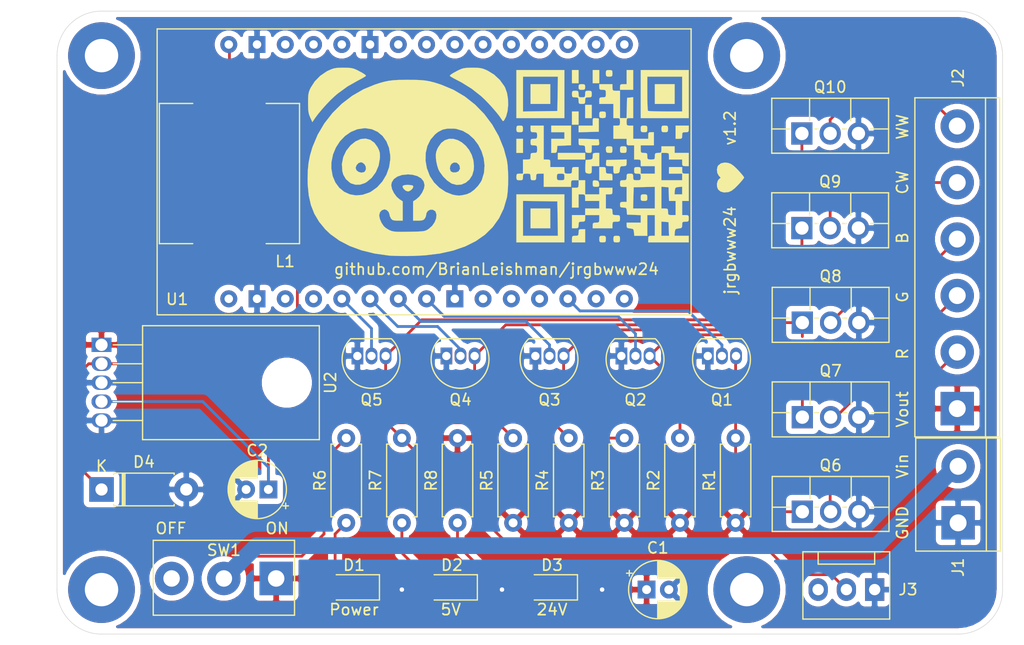
<source format=kicad_pcb>
(kicad_pcb (version 20221018) (generator pcbnew)
  (layers (0 "F.Cu" signal) (31 "B.Cu" signal) (34 "B.Paste" user) (35 "F.Paste" user) (36 "B.SilkS" user "B.Silkscreen") (37 "F.SilkS" user "F.Silkscreen") (38 "B.Mask" user) (39 "F.Mask" user) (44 "Edge.Cuts" user))
  (net 0 "")
  (net 1 "+24V")
  (net 2 "Earth")
  (net 3 "+5V")
  (net 4 "Net-(D1-Pad2)")
  (net 5 "Net-(D2-Pad2)")
  (net 6 "Net-(D3-Pad2)")
  (net 7 "/WW_GND")
  (net 8 "/CW_GND")
  (net 9 "/B_GND")
  (net 10 "/G_GND")
  (net 11 "/R_GND")
  (net 12 "Net-(Q1-Pad3)")
  (net 13 "/R_SIGNAL")
  (net 14 "Net-(Q2-Pad3)")
  (net 15 "/G_SIGNAL")
  (net 16 "Net-(Q3-Pad3)")
  (net 17 "/B_SIGNAL")
  (net 18 "/CW_SIGNAL")
  (net 19 "Net-(Q10-Pad1)")
  (net 20 "/WW_SIGNAL")
  (net 21 "Net-(SW1-Pad3)")
  (net 22 "Net-(U1-Pad30)")
  (net 23 "Net-(U1-Pad27)")
  (net 24 "Net-(U1-Pad21)")
  (net 25 "Net-(U1-Pad17)")
  (net 26 "Net-(U1-Pad16)")
  (net 27 "Net-(U1-Pad13)")
  (net 28 "Net-(U1-Pad12)")
  (net 29 "Net-(U1-Pad11)")
  (net 30 "Net-(U1-Pad9)")
  (net 31 "Net-(U1-Pad8)")
  (net 32 "Net-(U1-Pad7)")
  (net 33 "Net-(U1-Pad6)")
  (net 34 "Net-(U1-Pad5)")
  (net 35 "Net-(U1-Pad4)")
  (net 36 "Net-(U1-Pad3)")
  (net 37 "Net-(U1-Pad2)")
  (net 38 "Net-(U1-Pad1)")
  (net 39 "VDD")
  (net 40 "Net-(U1-Pad20)")
  (net 41 "Net-(U1-Pad19)")
  (net 42 "Net-(D4-Pad1)")
  (net 43 "Net-(Q4-Pad3)")
  (net 44 "Net-(J3-Pad3)")
  (footprint "LED_SMD:LED_1206_3216Metric" (layer "F.Cu") (at 125.5 111.8 180)
    (fp_text reference "D2" (at 0 2) (layer "F.SilkS"))
    (fp_text value "GREEN - 5V")
    (pad "1" smd roundrect (at -1.4 0 180) (size 1.25 1.75) (layers "F.Cu" "F.Paste" "F.Mask") (roundrect_rratio 0.2) (net 2 "Earth"))
    (pad "2" smd roundrect (at 1.4 0 180) (size 1.25 1.75) (layers "F.Cu" "F.Paste" "F.Mask") (roundrect_rratio 0.2) (net 5 "Net-(D2-Pad2)"))
  )
  (footprint "LED_SMD:LED_1206_3216Metric" (layer "F.Cu") (at 134.5 111.8 180)
    (fp_text reference "D3" (at 0 2) (layer "F.SilkS"))
    (fp_text value "BLUE - 24V")
    (pad "1" smd roundrect (at -1.4 0 180) (size 1.25 1.75) (layers "F.Cu" "F.Paste" "F.Mask") (roundrect_rratio 0.2) (net 2 "Earth"))
    (pad "2" smd roundrect (at 1.4 0 180) (size 1.25 1.75) (layers "F.Cu" "F.Paste" "F.Mask") (roundrect_rratio 0.2) (net 6 "Net-(D3-Pad2)"))
  )
  (footprint "TerminalBlock:TerminalBlock_bornier-6_P5.08mm" (layer "F.Cu") (at 170.9253 95.7306 90)
    (fp_text reference "J2" (at 29.7306 0.0747 90) (layer "F.SilkS"))
    (fp_text value "Screw_Terminal_01x06")
    (pad "1" thru_hole rect (at 0 0 90) (size 3 3) (drill 1.52) (layers "*.Cu" "*.Mask") (net 1 "+24V"))
    (pad "2" thru_hole circle (at 5.08 0 90) (size 3 3) (drill 1.52) (layers "*.Cu" "*.Mask") (net 11 "/R_GND"))
    (pad "3" thru_hole circle (at 10.16 0 90) (size 3 3) (drill 1.52) (layers "*.Cu" "*.Mask") (net 10 "/G_GND"))
    (pad "4" thru_hole circle (at 15.24 0 90) (size 3 3) (drill 1.52) (layers "*.Cu" "*.Mask") (net 9 "/B_GND"))
    (pad "5" thru_hole circle (at 20.32 0 90) (size 3 3) (drill 1.52) (layers "*.Cu" "*.Mask") (net 8 "/CW_GND"))
    (pad "6" thru_hole circle (at 25.4 0 90) (size 3 3) (drill 1.52) (layers "*.Cu" "*.Mask") (net 7 "/WW_GND"))
  )
  (footprint "jrgbwww24:TO-92_Inline" (layer "F.Cu") (at 148.5 92)
    (fp_text reference "Q1" (at 1.27 2.94 180) (layer "F.SilkS"))
    (fp_text value "2N3904")
    (pad "1" thru_hole rect (at 0 -1) (size 1.05 1.5) (drill 0.75) (layers "*.Cu" "*.Mask") (net 2 "Earth"))
    (pad "2" thru_hole oval (at 1.27 -1) (size 1.05 1.5) (drill 0.75) (layers "*.Cu" "*.Mask") (net 13 "/R_SIGNAL"))
    (pad "3" thru_hole oval (at 2.54 -1) (size 1.05 1.5) (drill 0.75) (layers "*.Cu" "*.Mask") (net 12 "Net-(Q1-Pad3)"))
  )
  (footprint "Package_TO_SOT_THT:TO-220F-3_Vertical" (layer "F.Cu") (at 156.96 79.5)
    (fp_text reference "Q9" (at 2.54 -4.1675) (layer "F.SilkS"))
    (fp_text value "IPA040N06N")
    (pad "1" thru_hole rect (at 0 0) (size 1.905 2) (drill 1.2) (layers "*.Cu" "*.Mask") (net 43 "Net-(Q4-Pad3)"))
    (pad "2" thru_hole oval (at 2.54 0) (size 1.905 2) (drill 1.2) (layers "*.Cu" "*.Mask") (net 8 "/CW_GND"))
    (pad "3" thru_hole oval (at 5.08 0) (size 1.905 2) (drill 1.2) (layers "*.Cu" "*.Mask") (net 2 "Earth"))
  )
  (footprint "Package_TO_SOT_THT:TO-220F-3_Vertical" (layer "F.Cu") (at 156.96 71)
    (fp_text reference "Q10" (at 2.54 -4.1675) (layer "F.SilkS"))
    (fp_text value "IPA040N06N")
    (pad "1" thru_hole rect (at 0 0) (size 1.905 2) (drill 1.2) (layers "*.Cu" "*.Mask") (net 19 "Net-(Q10-Pad1)"))
    (pad "2" thru_hole oval (at 2.54 0) (size 1.905 2) (drill 1.2) (layers "*.Cu" "*.Mask") (net 7 "/WW_GND"))
    (pad "3" thru_hole oval (at 5.08 0) (size 1.905 2) (drill 1.2) (layers "*.Cu" "*.Mask") (net 2 "Earth"))
  )
  (footprint "Resistor_THT:R_Axial_DIN0207_L6.3mm_D2.5mm_P7.62mm_Horizontal" (layer "F.Cu") (at 131 106 90)
    (fp_text reference "R5" (at 3.81 -2.37 90) (layer "F.SilkS"))
    (fp_text value "10K")
    (pad "1" thru_hole circle (at 0 0 90) (size 1.6 1.6) (drill 0.8) (layers "*.Cu" "*.Mask") (net 1 "+24V"))
    (pad "2" thru_hole oval (at 7.62 0 90) (size 1.6 1.6) (drill 0.8) (layers "*.Cu" "*.Mask") (net 19 "Net-(Q10-Pad1)"))
  )
  (footprint "Resistor_THT:R_Axial_DIN0207_L6.3mm_D2.5mm_P7.62mm_Horizontal" (layer "F.Cu") (at 126 106 90)
    (fp_text reference "R8" (at 3.81 -2.37 90) (layer "F.SilkS"))
    (fp_text value "1.05K")
    (pad "1" thru_hole circle (at 0 0 90) (size 1.6 1.6) (drill 0.8) (layers "*.Cu" "*.Mask") (net 6 "Net-(D3-Pad2)"))
    (pad "2" thru_hole oval (at 7.62 0 90) (size 1.6 1.6) (drill 0.8) (layers "*.Cu" "*.Mask") (net 1 "+24V"))
  )
  (footprint "MountingHole:MountingHole_3mm_Pad" (layer "F.Cu") (at 94 64)
    (fp_text reference "REF**" hide)
    (fp_text value "MountingHole_3mm_Pad")
    (pad "1" thru_hole circle (at 0 0) (size 6 6) (drill 3) (layers "*.Cu" "*.Mask"))
  )
  (footprint "jrgbwww24:panda" (layer "F.Cu") (at 121.5 73.5)
    (fp_text reference "G***" hide)
    (fp_text value "LOGO" hide)
  )
  (footprint "MountingHole:MountingHole_3mm_Pad" (layer "F.Cu") (at 94 112)
    (fp_text reference "REF**" hide)
    (fp_text value "MountingHole_3mm_Pad")
    (pad "1" thru_hole circle (at 0 0) (size 6 6) (drill 3) (layers "*.Cu" "*.Mask"))
  )
  (footprint "MountingHole:MountingHole_3mm_Pad" (layer "F.Cu") (at 152 112)
    (fp_text reference "REF**" hide)
    (fp_text value "MountingHole_3mm_Pad")
    (pad "1" thru_hole circle (at 0 0) (size 6 6) (drill 3) (layers "*.Cu" "*.Mask"))
  )
  (footprint "MountingHole:MountingHole_3mm_Pad" (layer "F.Cu") (at 152 64)
    (fp_text reference "REF**" hide)
    (fp_text value "MountingHole_3mm_Pad")
    (pad "1" thru_hole circle (at 0 0) (size 6 6) (drill 3) (layers "*.Cu" "*.Mask"))
  )
  (footprint "LED_SMD:LED_1206_3216Metric" (layer "F.Cu") (at 116.7 111.8 180)
    (fp_text reference "D1" (at 0 2) (layer "F.SilkS"))
    (fp_text value "RED - ALWAYS ON")
    (pad "1" smd roundrect (at -1.4 0 180) (size 1.25 1.75) (layers "F.Cu" "F.Paste" "F.Mask") (roundrect_rratio 0.2) (net 2 "Earth"))
    (pad "2" smd roundrect (at 1.4 0 180) (size 1.25 1.75) (layers "F.Cu" "F.Paste" "F.Mask") (roundrect_rratio 0.2) (net 4 "Net-(D1-Pad2)"))
  )
  (footprint "Resistor_THT:R_Axial_DIN0207_L6.3mm_D2.5mm_P7.62mm_Horizontal" (layer "F.Cu") (at 151 106 90)
    (fp_text reference "R1" (at 3.81 -2.37 90) (layer "F.SilkS"))
    (fp_text value "10K")
    (pad "1" thru_hole circle (at 0 0 90) (size 1.6 1.6) (drill 0.8) (layers "*.Cu" "*.Mask") (net 1 "+24V"))
    (pad "2" thru_hole oval (at 7.62 0 90) (size 1.6 1.6) (drill 0.8) (layers "*.Cu" "*.Mask") (net 12 "Net-(Q1-Pad3)"))
  )
  (footprint "Resistor_THT:R_Axial_DIN0207_L6.3mm_D2.5mm_P7.62mm_Horizontal" (layer "F.Cu") (at 141 106 90)
    (fp_text reference "R3" (at 3.81 -2.37 90) (layer "F.SilkS"))
    (fp_text value "10K")
    (pad "1" thru_hole circle (at 0 0 90) (size 1.6 1.6) (drill 0.8) (layers "*.Cu" "*.Mask") (net 1 "+24V"))
    (pad "2" thru_hole oval (at 7.62 0 90) (size 1.6 1.6) (drill 0.8) (layers "*.Cu" "*.Mask") (net 16 "Net-(Q3-Pad3)"))
  )
  (footprint "Resistor_THT:R_Axial_DIN0207_L6.3mm_D2.5mm_P7.62mm_Horizontal" (layer "F.Cu") (at 146 106 90)
    (fp_text reference "R2" (at 3.81 -2.37 90) (layer "F.SilkS"))
    (fp_text value "10K")
    (pad "1" thru_hole circle (at 0 0 90) (size 1.6 1.6) (drill 0.8) (layers "*.Cu" "*.Mask") (net 1 "+24V"))
    (pad "2" thru_hole oval (at 7.62 0 90) (size 1.6 1.6) (drill 0.8) (layers "*.Cu" "*.Mask") (net 14 "Net-(Q2-Pad3)"))
  )
  (footprint "Package_TO_SOT_THT:TO-220F-3_Vertical" (layer "F.Cu") (at 157 105)
    (fp_text reference "Q6" (at 2.54 -4.1675) (layer "F.SilkS"))
    (fp_text value "IPA040N06N")
    (pad "1" thru_hole rect (at 0 0) (size 1.905 2) (drill 1.2) (layers "*.Cu" "*.Mask") (net 12 "Net-(Q1-Pad3)"))
    (pad "2" thru_hole oval (at 2.54 0) (size 1.905 2) (drill 1.2) (layers "*.Cu" "*.Mask") (net 11 "/R_GND"))
    (pad "3" thru_hole oval (at 5.08 0) (size 1.905 2) (drill 1.2) (layers "*.Cu" "*.Mask") (net 2 "Earth"))
  )
  (footprint "Resistor_THT:R_Axial_DIN0207_L6.3mm_D2.5mm_P7.62mm_Horizontal" (layer "F.Cu") (at 136 106 90)
    (fp_text reference "R4" (at 3.81 -2.37 90) (layer "F.SilkS"))
    (fp_text value "10K")
    (pad "1" thru_hole circle (at 0 0 90) (size 1.6 1.6) (drill 0.8) (layers "*.Cu" "*.Mask") (net 1 "+24V"))
    (pad "2" thru_hole oval (at 7.62 0 90) (size 1.6 1.6) (drill 0.8) (layers "*.Cu" "*.Mask") (net 43 "Net-(Q4-Pad3)"))
  )
  (footprint "jrgbwww24:TO-92_Inline" (layer "F.Cu") (at 140.73 92)
    (fp_text reference "Q2" (at 1.27 2.94 180) (layer "F.SilkS"))
    (fp_text value "2N3904")
    (pad "1" thru_hole rect (at 0 -1) (size 1.05 1.5) (drill 0.75) (layers "*.Cu" "*.Mask") (net 2 "Earth"))
    (pad "2" thru_hole oval (at 1.27 -1) (size 1.05 1.5) (drill 0.75) (layers "*.Cu" "*.Mask") (net 15 "/G_SIGNAL"))
    (pad "3" thru_hole oval (at 2.54 -1) (size 1.05 1.5) (drill 0.75) (layers "*.Cu" "*.Mask") (net 14 "Net-(Q2-Pad3)"))
  )
  (footprint "Package_TO_SOT_THT:TO-220F-3_Vertical" (layer "F.Cu") (at 157 96.5)
    (fp_text reference "Q7" (at 2.54 -4.1675) (layer "F.SilkS"))
    (fp_text value "IPA040N06N")
    (pad "1" thru_hole rect (at 0 0) (size 1.905 2) (drill 1.2) (layers "*.Cu" "*.Mask") (net 14 "Net-(Q2-Pad3)"))
    (pad "2" thru_hole oval (at 2.54 0) (size 1.905 2) (drill 1.2) (layers "*.Cu" "*.Mask") (net 10 "/G_GND"))
    (pad "3" thru_hole oval (at 5.08 0) (size 1.905 2) (drill 1.2) (layers "*.Cu" "*.Mask") (net 2 "Earth"))
  )
  (footprint "jrgbwww24:TO-92_Inline" (layer "F.Cu") (at 133 92)
    (fp_text reference "Q3" (at 1.27 2.94 180) (layer "F.SilkS"))
    (fp_text value "2N3904")
    (pad "1" thru_hole rect (at 0 -1) (size 1.05 1.5) (drill 0.75) (layers "*.Cu" "*.Mask") (net 2 "Earth"))
    (pad "2" thru_hole oval (at 1.27 -1) (size 1.05 1.5) (drill 0.75) (layers "*.Cu" "*.Mask") (net 17 "/B_SIGNAL"))
    (pad "3" thru_hole oval (at 2.54 -1) (size 1.05 1.5) (drill 0.75) (layers "*.Cu" "*.Mask") (net 16 "Net-(Q3-Pad3)"))
  )
  (footprint "Package_TO_SOT_THT:TO-220F-3_Vertical" (layer "F.Cu") (at 157 88)
    (fp_text reference "Q8" (at 2.54 -4.1675) (layer "F.SilkS"))
    (fp_text value "IPA040N06N")
    (pad "1" thru_hole rect (at 0 0) (size 1.905 2) (drill 1.2) (layers "*.Cu" "*.Mask") (net 16 "Net-(Q3-Pad3)"))
    (pad "2" thru_hole oval (at 2.54 0) (size 1.905 2) (drill 1.2) (layers "*.Cu" "*.Mask") (net 9 "/B_GND"))
    (pad "3" thru_hole oval (at 5.08 0) (size 1.905 2) (drill 1.2) (layers "*.Cu" "*.Mask") (net 2 "Earth"))
  )
  (footprint "jrgbwww24:qr" (layer "F.Cu") (at 139 73)
    (fp_text reference "G***" hide)
    (fp_text value "LOGO" hide)
  )
  (footprint "Resistor_THT:R_Axial_DIN0207_L6.3mm_D2.5mm_P7.62mm_Horizontal" (layer "F.Cu") (at 121 106 90)
    (fp_text reference "R7" (at 3.81 -2.37 90) (layer "F.SilkS"))
    (fp_text value "100")
    (pad "1" thru_hole circle (at 0 0 90) (size 1.6 1.6) (drill 0.8) (layers "*.Cu" "*.Mask") (net 5 "Net-(D2-Pad2)"))
    (pad "2" thru_hole oval (at 7.62 0 90) (size 1.6 1.6) (drill 0.8) (layers "*.Cu" "*.Mask") (net 3 "+5V"))
  )
  (footprint "Diode_THT:D_DO-41_SOD81_P7.62mm_Horizontal" (layer "F.Cu") (at 94 103)
    (fp_text reference "D4" (at 3.81 -2.47) (layer "F.SilkS"))
    (fp_text value "SB160-E3/73")
    (fp_text user "K" (at 0 -2.1) (layer "F.SilkS"))
    (pad "1" thru_hole rect (at 0 0) (size 2.2 2.2) (drill 1.1) (layers "*.Cu" "*.Mask") (net 42 "Net-(D4-Pad1)"))
    (pad "2" thru_hole oval (at 7.62 0) (size 2.2 2.2) (drill 1.1) (layers "*.Cu" "*.Mask") (net 2 "Earth"))
  )
  (footprint "Inductor_SMD:L_Wuerth_WE-PD-Typ-LS_Handsoldering" (layer "F.Cu") (at 105.5 74.6 90)
    (fp_text reference "L1" (at -7.9 5 180) (layer "F.SilkS"))
    (fp_text value "330u")
    (pad "1" smd rect (at -5.9 0 90) (size 4.9 5.4) (layers "F.Cu" "F.Paste" "F.Mask") (net 42 "Net-(D4-Pad1)"))
    (pad "2" smd rect (at 5.9 0 90) (size 4.9 5.4) (layers "F.Cu" "F.Paste" "F.Mask") (net 3 "+5V"))
  )
  (footprint "jrgbwww24:1P2T SPDT" (layer "F.Cu") (at 105 111 180)
    (fp_text reference "SW1" (at 0 2.54) (layer "F.SilkS"))
    (fp_text value "SW_SPDT")
    (fp_text user "ON" (at -4.7879 4.5) (layer "F.SilkS"))
    (fp_text user "OFF" (at 4.7625 4.5) (layer "F.SilkS"))
    (pad "1" thru_hole rect (at -4.7 0 180) (size 3 3) (drill 1.48) (layers "*.Cu" "*.Mask") (net 1 "+24V"))
    (pad "2" thru_hole circle (at 0 0 180) (size 3 3) (drill 1.48) (layers "*.Cu" "*.Mask") (net 39 "VDD"))
    (pad "3" thru_hole circle (at 4.7 0 180) (size 3 3) (drill 1.48) (layers "*.Cu" "*.Mask") (net 21 "Net-(SW1-Pad3)"))
  )
  (footprint "TerminalBlock:TerminalBlock_bornier-2_P5.08mm" (layer "F.Cu") (at 171 106 90)
    (fp_text reference "J1" (at -4 0 90) (layer "F.SilkS"))
    (fp_text value "Srew_terminal")
    (pad "1" thru_hole rect (at 0 0 90) (size 3 3) (drill 1.52) (layers "*.Cu" "*.Mask") (net 2 "Earth"))
    (pad "2" thru_hole circle (at 5.08 0 90) (size 3 3) (drill 1.52) (layers "*.Cu" "*.Mask") (net 39 "VDD"))
  )
  (footprint "Resistor_THT:R_Axial_DIN0207_L6.3mm_D2.5mm_P7.62mm_Horizontal" (layer "F.Cu") (at 116 106 90)
    (fp_text reference "R6" (at 3.81 -2.37 90) (layer "F.SilkS"))
    (fp_text value "1.1K")
    (pad "1" thru_hole circle (at 0 0 90) (size 1.6 1.6) (drill 0.8) (layers "*.Cu" "*.Mask") (net 4 "Net-(D1-Pad2)"))
    (pad "2" thru_hole oval (at 7.62 0 90) (size 1.6 1.6) (drill 0.8) (layers "*.Cu" "*.Mask") (net 39 "VDD"))
  )
  (footprint "Package_TO_SOT_THT:TO-220-5_Horizontal_TabDown" (layer "F.Cu") (at 94 90 -90)
    (fp_text reference "U2" (at 3.4 -20.58 90) (layer "F.SilkS"))
    (fp_text value "TL2575")
    (pad "" np_thru_hole oval (at 3.4 -16.66 270) (size 3.5 3.5) (drill 3.5) (layers "*.Cu" "*.Mask"))
    (pad "1" thru_hole rect (at 0 0 270) (size 1.275 1.8) (drill 1.1) (layers "*.Cu" "*.Mask") (net 1 "+24V"))
    (pad "2" thru_hole oval (at 1.7 0 270) (size 1.275 1.8) (drill 1.1) (layers "*.Cu" "*.Mask") (net 42 "Net-(D4-Pad1)"))
    (pad "3" thru_hole oval (at 3.4 0 270) (size 1.275 1.8) (drill 1.1) (layers "*.Cu" "*.Mask") (net 2 "Earth"))
    (pad "4" thru_hole oval (at 5.1 0 270) (size 1.275 1.8) (drill 1.1) (layers "*.Cu" "*.Mask") (net 3 "+5V"))
    (pad "5" thru_hole oval (at 6.8 0 270) (size 1.275 1.8) (drill 1.1) (layers "*.Cu" "*.Mask") (net 2 "Earth"))
  )
  (footprint "jrgbwww24:KeeYees ESP8266 ESP-12E" (layer "F.Cu") (at 141 63 -90)
    (fp_text reference "U1" (at 22.9 40.2 180) (layer "F.SilkS"))
    (fp_text value "esp8266")
    (pad "1" thru_hole circle (at 0 0 270) (size 1.524 1.524) (drill 0.762) (layers "*.Cu" "*.Mask") (net 38 "Net-(U1-Pad1)"))
    (pad "2" thru_hole circle (at 0 2.54 270) (size 1.524 1.524) (drill 0.762) (layers "*.Cu" "*.Mask") (net 37 "Net-(U1-Pad2)"))
    (pad "3" thru_hole circle (at 0 5.08 270) (size 1.524 1.524) (drill 0.762) (layers "*.Cu" "*.Mask") (net 36 "Net-(U1-Pad3)"))
    (pad "4" thru_hole circle (at 0 7.62 270) (size 1.524 1.524) (drill 0.762) (layers "*.Cu" "*.Mask") (net 35 "Net-(U1-Pad4)"))
    (pad "5" thru_hole circle (at 0 10.16 270) (size 1.524 1.524) (drill 0.762) (layers "*.Cu" "*.Mask") (net 34 "Net-(U1-Pad5)"))
    (pad "6" thru_hole circle (at 0 12.7 270) (size 1.524 1.524) (drill 0.762) (layers "*.Cu" "*.Mask") (net 33 "Net-(U1-Pad6)"))
    (pad "7" thru_hole circle (at 0 15.24 270) (size 1.524 1.524) (drill 0.762) (layers "*.Cu" "*.Mask") (net 32 "Net-(U1-Pad7)"))
    (pad "8" thru_hole circle (at 0 17.78 270) (size 1.524 1.524) (drill 0.762) (layers "*.Cu" "*.Mask") (net 31 "Net-(U1-Pad8)"))
    (pad "9" thru_hole circle (at 0 20.32 270) (size 1.524 1.524) (drill 0.762) (layers "*.Cu" "*.Mask") (net 30 "Net-(U1-Pad9)"))
    (pad "10" thru_hole rect (at 0 22.86 270) (size 1.524 1.524) (drill 0.762) (layers "*.Cu" "*.Mask") (net 2 "Earth"))
    (pad "11" thru_hole circle (at 0 25.4 270) (size 1.524 1.524) (drill 0.762) (layers "*.Cu" "*.Mask") (net 29 "Net-(U1-Pad11)"))
    (pad "12" thru_hole circle (at 0 27.94 270) (size 1.524 1.524) (drill 0.762) (layers "*.Cu" "*.Mask") (net 28 "Net-(U1-Pad12)"))
    (pad "13" thru_hole circle (at 0 30.48 270) (size 1.524 1.524) (drill 0.762) (layers "*.Cu" "*.Mask") (net 27 "Net-(U1-Pad13)"))
    (pad "14" thru_hole rect (at 0 33.02 270) (size 1.524 1.524) (drill 0.762) (layers "*.Cu" "*.Mask") (net 2 "Earth"))
    (pad "15" thru_hole circle (at 0 35.56 270) (size 1.524 1.524) (drill 0.762) (layers "*.Cu" "*.Mask") (net 3 "+5V"))
    (pad "16" thru_hole circle (at 22.86 0 270) (size 1.524 1.524) (drill 0.762) (layers "*.Cu" "*.Mask") (net 26 "Net-(U1-Pad16)"))
    (pad "17" thru_hole circle (at 22.86 2.54 270) (size 1.524 1.524) (drill 0.762) (layers "*.Cu" "*.Mask") (net 25 "Net-(U1-Pad17)"))
    (pad "18" thru_hole circle (at 22.86 5.08 270) (size 1.524 1.524) (drill 0.762) (layers "*.Cu" "*.Mask") (net 13 "/R_SIGNAL"))
    (pad "19" thru_hole circle (at 22.86 7.62 270) (size 1.524 1.524) (drill 0.762) (layers "*.Cu" "*.Mask") (net 41 "Net-(U1-Pad19)"))
    (pad "20" thru_hole circle (at 22.86 10.16 270) (size 1.524 1.524) (drill 0.762) (layers "*.Cu" "*.Mask") (net 40 "Net-(U1-Pad20)"))
    (pad "21" thru_hole circle (at 22.86 12.7 270) (size 1.524 1.524) (drill 0.762) (layers "*.Cu" "*.Mask") (net 24 "Net-(U1-Pad21)"))
    (pad "22" thru_hole rect (at 22.86 15.24 270) (size 1.524 1.524) (drill 0.762) (layers "*.Cu" "*.Mask") (net 2 "Earth"))
    (pad "23" thru_hole circle (at 22.86 17.78 270) (size 1.524 1.524) (drill 0.762) (layers "*.Cu" "*.Mask") (net 15 "/G_SIGNAL"))
    (pad "24" thru_hole circle (at 22.86 20.32 270) (size 1.524 1.524) (drill 0.762) (layers "*.Cu" "*.Mask") (net 17 "/B_SIGNAL"))
    (pad "25" thru_hole circle (at 22.86 22.86 270) (size 1.524 1.524) (drill 0.762) (layers "*.Cu" "*.Mask") (net 18 "/CW_SIGNAL"))
    (pad "26" thru_hole circle (at 22.86 25.4 270) (size 1.524 1.524) (drill 0.762) (layers "*.Cu" "*.Mask") (net 20 "/WW_SIGNAL"))
    (pad "27" thru_hole circle (at 22.86 27.94 270) (size 1.524 1.524) (drill 0.762) (layers "*.Cu" "*.Mask") (net 23 "Net-(U1-Pad27)"))
    (pad "28" thru_hole circle (at 22.86 30.48 270) (size 1.524 1.524) (drill 0.762) (layers "*.Cu" "*.Mask"))
    (pad "29" thru_hole rect (at 22.86 33.02 270) (size 1.524 1.524) (drill 0.762) (layers "*.Cu" "*.Mask") (net 2 "Earth"))
    (pad "30" thru_hole circle (at 22.86 35.56 270) (size 1.524 1.524) (drill 0.762) (layers "*.Cu" "*.Mask") (net 22 "Net-(U1-Pad30)"))
  )
  (footprint "jrgbwww24:heart" (layer "F.Cu") (at 150.5 75 90)
    (fp_text reference "G***" hide)
    (fp_text value "LOGO" hide)
  )
  (footprint "Capacitor_THT:CP_Radial_D5.0mm_P2.00mm" (layer "F.Cu") (at 143 112)
    (fp_text reference "C1" (at 1 -3.75) (layer "F.SilkS"))
    (fp_text value "100u")
    (pad "1" thru_hole rect (at 0 0) (size 1.6 1.6) (drill 0.8) (layers "*.Cu" "*.Mask") (net 1 "+24V"))
    (pad "2" thru_hole circle (at 2 0) (size 1.6 1.6) (drill 0.8) (layers "*.Cu" "*.Mask") (net 2 "Earth"))
  )
  (footprint "Connector:FanPinHeader_1x03_P2.54mm_Vertical" (layer "F.Cu") (at 163.5 112 180)
    (fp_text reference "J3" (at -3 0) (layer "F.SilkS"))
    (fp_text value "Fan")
    (pad "1" thru_hole rect (at 0 0 270) (size 2.03 1.73) (drill 1.02) (layers "*.Cu" "*.Mask") (net 2 "Earth"))
    (pad "2" thru_hole oval (at 2.54 0 270) (size 2.03 1.73) (drill 1.02) (layers "*.Cu" "*.Mask") (net 3 "+5V"))
    (pad "3" thru_hole oval (at 5.08 0 270) (size 2.03 1.73) (drill 1.02) (layers "*.Cu" "*.Mask") (net 44 "Net-(J3-Pad3)"))
  )
  (footprint "jrgbwww24:TO-92_Inline" (layer "F.Cu") (at 125 92)
    (fp_text reference "Q4" (at 1.27 2.94 180) (layer "F.SilkS"))
    (fp_text value "2N3904")
    (pad "1" thru_hole rect (at 0 -1) (size 1.05 1.5) (drill 0.75) (layers "*.Cu" "*.Mask") (net 2 "Earth"))
    (pad "2" thru_hole oval (at 1.27 -1) (size 1.05 1.5) (drill 0.75) (layers "*.Cu" "*.Mask") (net 18 "/CW_SIGNAL"))
    (pad "3" thru_hole oval (at 2.54 -1) (size 1.05 1.5) (drill 0.75) (layers "*.Cu" "*.Mask") (net 43 "Net-(Q4-Pad3)"))
  )
  (footprint "jrgbwww24:TO-92_Inline" (layer "F.Cu") (at 117 92)
    (fp_text reference "Q5" (at 1.27 2.94 180) (layer "F.SilkS"))
    (fp_text value "2N3904")
    (pad "1" thru_hole rect (at 0 -1) (size 1.05 1.5) (drill 0.75) (layers "*.Cu" "*.Mask") (net 2 "Earth"))
    (pad "2" thru_hole oval (at 1.27 -1) (size 1.05 1.5) (drill 0.75) (layers "*.Cu" "*.Mask") (net 20 "/WW_SIGNAL"))
    (pad "3" thru_hole oval (at 2.54 -1) (size 1.05 1.5) (drill 0.75) (layers "*.Cu" "*.Mask") (net 19 "Net-(Q10-Pad1)"))
  )
  (footprint "Capacitor_THT:CP_Radial_D5.0mm_P2.00mm" (layer "F.Cu") (at 109 103 180)
    (fp_text reference "C2" (at 1 3.5) (layer "F.SilkS"))
    (fp_text value "330u")
    (pad "1" thru_hole rect (at 0 0 180) (size 1.6 1.6) (drill 0.8) (layers "*.Cu" "*.Mask") (net 3 "+5V"))
    (pad "2" thru_hole circle (at 2 0 180) (size 1.6 1.6) (drill 0.8) (layers "*.Cu" "*.Mask") (net 2 "Earth"))
  )
  (gr_line (start 175 64) (end 175 112) (stroke (width 0.05)) (layer "Edge.Cuts"))
  (gr_line (start 171 60) (end 94 60) (stroke (width 0.05)) (layer "Edge.Cuts"))
  (gr_line (start 90 64) (end 90 112) (stroke (width 0.05)) (layer "Edge.Cuts"))
  (gr_line (start 94 116) (end 171 116) (stroke (width 0.05)) (layer "Edge.Cuts"))
  (gr_arc (start 94 116) (mid 91.171573 114.828427) (end 90 112) (stroke (width 0.05)) (layer "Edge.Cuts"))
  (gr_arc (start 90 64) (mid 91.171573 61.171573) (end 94 60) (stroke (width 0.05)) (layer "Edge.Cuts"))
  (gr_arc (start 175 112) (mid 173.828427 114.828427) (end 171 116) (stroke (width 0.05)) (layer "Edge.Cuts"))
  (gr_arc (start 171 60) (mid 173.828427 61.171573) (end 175 64) (stroke (width 0.05)) (layer "Edge.Cuts"))
  (gr_text "Power" (at 116.7 113.8) (layer "F.SilkS") (effects (font (size 1 1))))
  (gr_text "Vout" (at 166 95.8 90) (layer "F.SilkS") (effects (font (size 1 1))))
  (gr_text "24V" (at 134.5 113.8) (layer "F.SilkS") (effects (font (size 1 1))))
  (gr_text "R" (at 166 90.8 90) (layer "F.SilkS") (effects (font (size 1 1))))
  (gr_text "jrgbwww24" (at 150.5 81.5 90) (layer "F.SilkS") (effects (font (size 1 1))))
  (gr_text "v1.2" (at 150.5 70.5 90) (layer "F.SilkS") (effects (font (size 1 1))))
  (gr_text "CW" (at 166 75.4 90) (layer "F.SilkS") (effects (font (size 1 1))))
  (gr_text "GND" (at 166 106 90) (layer "F.SilkS") (effects (font (size 1 1))))
  (gr_text "WW" (at 166 70.4 90) (layer "F.SilkS") (effects (font (size 1 1))))
  (gr_text "github.com/BrianLeishman/jrgbwww24" (at 129.5 83.2) (layer "F.SilkS") (effects (font (size 1 1))))
  (gr_text "B" (at 166 80.4 90) (layer "F.SilkS") (effects (font (size 1 1))))
  (gr_text "G" (at 166 85.7 90) (layer "F.SilkS") (effects (font (size 1 1))))
  (gr_text "5V" (at 125.4 113.8) (layer "F.SilkS") (effects (font (size 1 1))))
  (gr_text "Vin" (at 166 100.9 90) (layer "F.SilkS") (effects (font (size 1 1))))
  (segment (start 136.1 112) (end 135.9 111.8) (width 0.25) (layer "F.Cu") (net 2))
  (segment (start 130 112) (end 127.1 112) (width 0.25) (layer "F.Cu") (net 2))
  (segment (start 118.3 112) (end 118.1 111.8) (width 0.25) (layer "F.Cu") (net 2))
  (segment (start 127.1 112) (end 126.9 111.8) (width 0.25) (layer "F.Cu") (net 2))
  (segment (start 139 112) (end 136.1 112) (width 0.25) (layer "F.Cu") (net 2))
  (segment (start 121 112) (end 118.3 112) (width 0.25) (layer "F.Cu") (net 2))
  (via (at 130 112) (size 0.8) (drill 0.4) (layers "F.Cu" "B.Cu") (net 2))
  (via (at 139 112) (size 0.8) (drill 0.4) (layers "F.Cu" "B.Cu") (net 2))
  (via (at 121 112) (size 0.8) (drill 0.4) (layers "F.Cu" "B.Cu") (net 2))
  (segment (start 130.62 108) (end 153.5 108) (width 0.25) (layer "F.Cu") (net 3))
  (segment (start 105.5 68.7) (end 108.45 68.7) (width 0.25) (layer "F.Cu") (net 3))
  (segment (start 156.15999 110.65999) (end 159.61999 110.65999) (width 0.25) (layer "F.Cu") (net 3))
  (segment (start 105.5 63.06) (end 105.44 63) (width 0.25) (layer "F.Cu") (net 3))
  (segment (start 103.2 71) (end 105.5 68.7) (width 0.25) (layer "F.Cu") (net 3))
  (segment (start 153.5 108) (end 156.15999 110.65999) (width 0.25) (layer "F.Cu") (net 3))
  (segment (start 109 103) (end 109 100) (width 0.25) (layer "F.Cu") (net 3))
  (segment (start 109 100) (end 114 95) (width 0.25) (layer "F.Cu") (net 3))
  (segment (start 121 98.38) (end 130.62 108) (width 0.25) (layer "F.Cu") (net 3))
  (segment (start 159.61999 110.65999) (end 160.96 112) (width 0.25) (layer "F.Cu") (net 3))
  (segment (start 108.45 68.7) (end 111.607001 71.857001) (width 0.25) (layer "F.Cu") (net 3))
  (segment (start 111.607001 71.857001) (end 111.607001 88.987001) (width 0.25) (layer "F.Cu") (net 3))
  (segment (start 160.96 112) (end 160.96 111.96) (width 0.25) (layer "F.Cu") (net 3))
  (segment (start 111.607001 88.987001) (end 117.6 94.98) (width 0.25) (layer "F.Cu") (net 3))
  (segment (start 117.6 94.98) (end 117.81 95.19) (width 0.25) (layer "F.Cu") (net 3))
  (segment (start 117.81 95.19) (end 121 98.38) (width 0.25) (layer "F.Cu") (net 3))
  (segment (start 117.62 95) (end 117.81 95.19) (width 0.25) (layer "F.Cu") (net 3))
  (segment (start 105.5 68.7) (end 105.5 63.06) (width 0.25) (layer "F.Cu") (net 3))
  (segment (start 114 95) (end 117.62 95) (width 0.25) (layer "F.Cu") (net 3))
  (segment (start 103.1 95.1) (end 109 101) (width 0.25) (layer "B.Cu") (net 3))
  (segment (start 109 101) (end 109 103) (width 0.25) (layer "B.Cu") (net 3))
  (segment (start 94 95.1) (end 103.1 95.1) (width 0.25) (layer "B.Cu") (net 3))
  (segment (start 115 111.5) (end 115.3 111.8) (width 0.25) (layer "F.Cu") (net 4))
  (segment (start 116 106) (end 115 107) (width 0.25) (layer "F.Cu") (net 4))
  (segment (start 115 107) (end 115 111.5) (width 0.25) (layer "F.Cu") (net 4))
  (segment (start 121 106) (end 121 108.7) (width 0.25) (layer "F.Cu") (net 5))
  (segment (start 121 108.7) (end 124.1 111.8) (width 0.25) (layer "F.Cu") (net 5))
  (segment (start 131.3 110) (end 133.1 111.8) (width 0.25) (layer "F.Cu") (net 6))
  (segment (start 126 108) (end 128 110) (width 0.25) (layer "F.Cu") (net 6))
  (segment (start 128 110) (end 131.3 110) (width 0.25) (layer "F.Cu") (net 6))
  (segment (start 126 106) (end 126 108) (width 0.25) (layer "F.Cu") (net 6))
  (segment (start 159.5 71) (end 159.5 70.9525) (width 0.25) (layer "F.Cu") (net 7))
  (segment (start 169.425301 68.830601) (end 170.9253 70.3306) (width 0.25) (layer "F.Cu") (net 7))
  (segment (start 160.419399 68.830601) (end 169.425301 68.830601) (width 0.25) (layer "F.Cu") (net 7))
  (segment (start 159.5 71) (end 159.5 69.75) (width 0.25) (layer "F.Cu") (net 7))
  (segment (start 159.5 69.75) (end 160.419399 68.830601) (width 0.25) (layer "F.Cu") (net 7))
  (segment (start 159.5 79.5) (end 159.5 78) (width 0.25) (layer "F.Cu") (net 8))
  (segment (start 162.0894 75.4106) (end 170.9253 75.4106) (width 0.25) (layer "F.Cu") (net 8))
  (segment (start 159.5 78) (end 162.0894 75.4106) (width 0.25) (layer "F.Cu") (net 8))
  (segment (start 159.54 88) (end 162.54 85) (width 0.25) (layer "F.Cu") (net 9))
  (segment (start 166.4159 85) (end 170.9253 80.4906) (width 0.25) (layer "F.Cu") (net 9))
  (segment (start 162.54 85) (end 166.4159 85) (width 0.25) (layer "F.Cu") (net 9))
  (segment (start 159.9959 96.5) (end 170.9253 85.5706) (width 0.25) (layer "F.Cu") (net 10))
  (segment (start 159.5 96.5) (end 159.9959 96.5) (width 0.25) (layer "F.Cu") (net 10))
  (segment (start 159.5 105) (end 159.5 102.0759) (width 0.25) (layer "F.Cu") (net 11))
  (segment (start 159.5 102.0759) (end 170.9253 90.6506) (width 0.25) (layer "F.Cu") (net 11))
  (segment (start 151 91.5) (end 151 98.38) (width 0.25) (layer "F.Cu") (net 12))
  (segment (start 151 101) (end 151 98.38) (width 0.25) (layer "F.Cu") (net 12))
  (segment (start 156.96 105) (end 156.5 105) (width 0.25) (layer "F.Cu") (net 12))
  (segment (start 155 105) (end 151 101) (width 0.25) (layer "F.Cu") (net 12))
  (segment (start 157 105) (end 155 105) (width 0.25) (layer "F.Cu") (net 12))
  (segment (start 149.77 90) (end 149.77 91) (width 0.25) (layer "B.Cu") (net 13))
  (segment (start 135.92 85.86) (end 137.007001 86.947001) (width 0.25) (layer "B.Cu") (net 13))
  (segment (start 146.717001 86.947001) (end 149.77 90) (width 0.25) (layer "B.Cu") (net 13))
  (segment (start 137.007001 86.947001) (end 146.717001 86.947001) (width 0.25) (layer "B.Cu") (net 13))
  (segment (start 149.77 90.909998) (end 149.77 91.5) (width 0.25) (layer "B.Cu") (net 13))
  (segment (start 145.17 89.1) (end 143.27 91) (width 0.25) (layer "F.Cu") (net 14))
  (segment (start 152.5 89.1) (end 145.17 89.1) (width 0.25) (layer "F.Cu") (net 14))
  (segment (start 146 98.38) (end 146 93.73) (width 0.25) (layer "F.Cu") (net 14))
  (segment (start 146 93.73) (end 143.27 91) (width 0.25) (layer "F.Cu") (net 14))
  (segment (start 157 96.5) (end 157 93.6) (width 0.25) (layer "F.Cu") (net 14))
  (segment (start 157 93.6) (end 152.5 89.1) (width 0.25) (layer "F.Cu") (net 14))
  (segment (start 124.810009 87.450009) (end 140.450009 87.450009) (width 0.25) (layer "B.Cu") (net 15))
  (segment (start 142 89) (end 142 91) (width 0.25) (layer "B.Cu") (net 15))
  (segment (start 123.22 85.86) (end 124.810009 87.450009) (width 0.25) (layer "B.Cu") (net 15))
  (segment (start 140.450009 87.450009) (end 142 89) (width 0.25) (layer "B.Cu") (net 15))
  (segment (start 157 88) (end 157 89.25) (width 0.25) (layer "F.Cu") (net 16))
  (segment (start 138.38 98.38) (end 135.54 95.54) (width 0.25) (layer "F.Cu") (net 16))
  (segment (start 152.5 88.64999) (end 137.89001 88.64999) (width 0.25) (layer "F.Cu") (net 16))
  (segment (start 135.54 95.54) (end 135.54 91) (width 0.25) (layer "F.Cu") (net 16))
  (segment (start 141 98.38) (end 138.38 98.38) (width 0.25) (layer "F.Cu") (net 16))
  (segment (start 153.14999 88) (end 152.5 88.64999) (width 0.25) (layer "F.Cu") (net 16))
  (segment (start 137.89001 88.64999) (end 135.54 91) (width 0.25) (layer "F.Cu") (net 16))
  (segment (start 157 88) (end 153.14999 88) (width 0.25) (layer "F.Cu") (net 16))
  (segment (start 134.27 90) (end 134.27 91) (width 0.25) (layer "B.Cu") (net 17))
  (segment (start 122.72002 87.90002) (end 132.17002 87.90002) (width 0.25) (layer "B.Cu") (net 17))
  (segment (start 132.17002 87.90002) (end 134.27 90) (width 0.25) (layer "B.Cu") (net 17))
  (segment (start 120.68 85.86) (end 122.72002 87.90002) (width 0.25) (layer "B.Cu") (net 17))
  (segment (start 126.27 90.409998) (end 126.27 91) (width 0.25) (layer "B.Cu") (net 18))
  (segment (start 124.210032 88.35003) (end 126.27 90.409998) (width 0.25) (layer "B.Cu") (net 18))
  (segment (start 120.63003 88.35003) (end 124.210032 88.35003) (width 0.25) (layer "B.Cu") (net 18))
  (segment (start 118.14 85.86) (end 120.63003 88.35003) (width 0.25) (layer "B.Cu") (net 18))
  (segment (start 129.62 97) (end 120.5 97) (width 0.25) (layer "F.Cu") (net 19))
  (segment (start 119.54 96.04) (end 119.54 91) (width 0.25) (layer "F.Cu") (net 19))
  (segment (start 120.5 97) (end 119.54 96.04) (width 0.25) (layer "F.Cu") (net 19))
  (segment (start 122.79003 87.74997) (end 119.54 91) (width 0.25) (layer "F.Cu") (net 19))
  (segment (start 153.6 76.2) (end 153.6 86.17036) (width 0.25) (layer "F.Cu") (net 19))
  (segment (start 131 98.38) (end 129.62 97) (width 0.25) (layer "F.Cu") (net 19))
  (segment (start 152.02039 87.74997) (end 122.79003 87.74997) (width 0.25) (layer "F.Cu") (net 19))
  (segment (start 153.6 86.17036) (end 152.02039 87.74997) (width 0.25) (layer "F.Cu") (net 19))
  (segment (start 156.96 71) (end 156.96 72.84) (width 0.25) (layer "F.Cu") (net 19))
  (segment (start 156.96 72.84) (end 153.6 76.2) (width 0.25) (layer "F.Cu") (net 19))
  (segment (start 115.6 85.86) (end 118.27 88.53) (width 0.25) (layer "B.Cu") (net 20))
  (segment (start 118.27 88.53) (end 118.27 91) (width 0.25) (layer "B.Cu") (net 20))
  (segment (start 112 109) (end 114 107) (width 0.25) (layer "F.Cu") (net 39))
  (segment (start 114 100.38) (end 116 98.38) (width 0.25) (layer "F.Cu") (net 39))
  (segment (start 105 111) (end 107 109) (width 0.25) (layer "F.Cu") (net 39))
  (segment (start 107 109) (end 112 109) (width 0.25) (layer "F.Cu") (net 39))
  (segment (start 114 107) (end 114 100.38) (width 0.25) (layer "F.Cu") (net 39))
  (segment (start 163.685901 108.049999) (end 107.950001 108.049999) (width 1.5) (layer "B.Cu") (net 39))
  (segment (start 170.9253 100.8106) (end 163.685901 108.049999) (width 1.5) (layer "B.Cu") (net 39))
  (segment (start 107.950001 108.049999) (end 105 111) (width 1.5) (layer "B.Cu") (net 39))
  (segment (start 105.5 83.2) (end 97 91.7) (width 0.25) (layer "F.Cu") (net 42))
  (segment (start 105.5 80.5) (end 105.5 83.2) (width 0.25) (layer "F.Cu") (net 42))
  (segment (start 94 103) (end 92 101) (width 0.25) (layer "F.Cu") (net 42))
  (segment (start 92 101) (end 92 92.55) (width 0.25) (layer "F.Cu") (net 42))
  (segment (start 92 92.55) (end 92.85 91.7) (width 0.25) (layer "F.Cu") (net 42))
  (segment (start 92.85 91.7) (end 94 91.7) (width 0.25) (layer "F.Cu") (net 42))
  (segment (start 97 91.7) (end 94 91.7) (width 0.25) (layer "F.Cu") (net 42))
  (segment (start 156.96 83.44677) (end 152.20679 88.19998) (width 0.25) (layer "F.Cu") (net 43))
  (segment (start 156.96 79.5) (end 156.96 83.44677) (width 0.25) (layer "F.Cu") (net 43))
  (segment (start 129.5 96.5) (end 127.54 94.54) (width 0.25) (layer "F.Cu") (net 43))
  (segment (start 134.12 96.5) (end 129.5 96.5) (width 0.25) (layer "F.Cu") (net 43))
  (segment (start 152.20679 88.19998) (end 130.34002 88.19998) (width 0.25) (layer "F.Cu") (net 43))
  (segment (start 127.54 94.54) (end 127.54 91) (width 0.25) (layer "F.Cu") (net 43))
  (segment (start 130.34002 88.19998) (end 127.54 91) (width 0.25) (layer "F.Cu") (net 43))
  (segment (start 136 98.38) (end 134.12 96.5) (width 0.25) (layer "F.Cu") (net 43))
  (zone (net 1) (net_name "+24V") (layer "F.Cu") (connect_pads (clearance 0.508)) (min_thickness 0.254) (fill yes (thermal_gap 0.508) (thermal_bridge_width 0.508))
    (polygon (pts (xy 176 117) (xy 89 117) (xy 89 59) (xy 176 59)))
  )
  (zone (net 2) (net_name "Earth") (layer "B.Cu") (connect_pads (clearance 0.508)) (min_thickness 0.254) (fill yes (thermal_gap 0.508) (thermal_bridge_width 0.508))
    (polygon (pts (xy 176 117) (xy 89 117) (xy 89 59) (xy 176 59)))
  )
)
</source>
